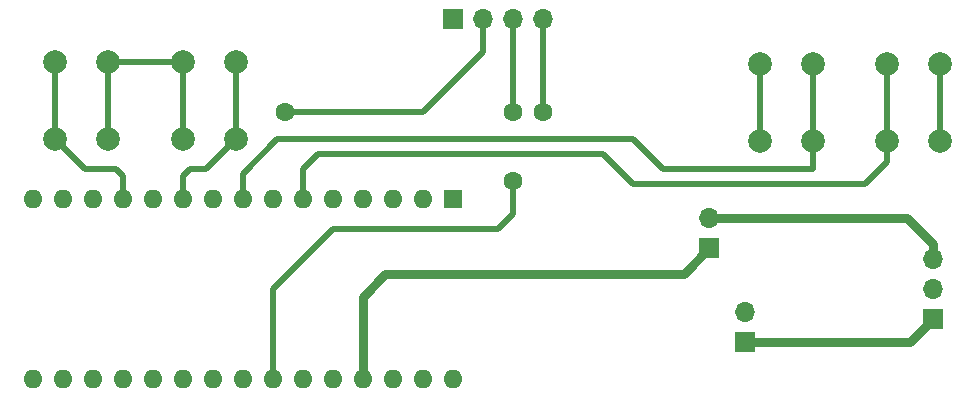
<source format=gtl>
G04 #@! TF.GenerationSoftware,KiCad,Pcbnew,(5.1.9)-1*
G04 #@! TF.CreationDate,2021-04-19T08:09:58-05:00*
G04 #@! TF.ProjectId,mini_game_april2021,6d696e69-5f67-4616-9d65-5f617072696c,rev?*
G04 #@! TF.SameCoordinates,Original*
G04 #@! TF.FileFunction,Copper,L1,Top*
G04 #@! TF.FilePolarity,Positive*
%FSLAX46Y46*%
G04 Gerber Fmt 4.6, Leading zero omitted, Abs format (unit mm)*
G04 Created by KiCad (PCBNEW (5.1.9)-1) date 2021-04-19 08:09:58*
%MOMM*%
%LPD*%
G01*
G04 APERTURE LIST*
G04 #@! TA.AperFunction,ComponentPad*
%ADD10R,1.600000X1.600000*%
G04 #@! TD*
G04 #@! TA.AperFunction,ComponentPad*
%ADD11O,1.600000X1.600000*%
G04 #@! TD*
G04 #@! TA.AperFunction,ComponentPad*
%ADD12C,2.000000*%
G04 #@! TD*
G04 #@! TA.AperFunction,ComponentPad*
%ADD13O,1.700000X1.700000*%
G04 #@! TD*
G04 #@! TA.AperFunction,ComponentPad*
%ADD14R,1.700000X1.700000*%
G04 #@! TD*
G04 #@! TA.AperFunction,ViaPad*
%ADD15C,1.600200*%
G04 #@! TD*
G04 #@! TA.AperFunction,Conductor*
%ADD16C,0.499872*%
G04 #@! TD*
G04 #@! TA.AperFunction,Conductor*
%ADD17C,0.762000*%
G04 #@! TD*
G04 APERTURE END LIST*
D10*
X142240000Y-116840000D03*
D11*
X109220000Y-132080000D03*
X139700000Y-116840000D03*
X111760000Y-132080000D03*
X137160000Y-116840000D03*
X114300000Y-132080000D03*
X134620000Y-116840000D03*
X116840000Y-132080000D03*
X132080000Y-116840000D03*
X119380000Y-132080000D03*
X129540000Y-116840000D03*
X121920000Y-132080000D03*
X127000000Y-116840000D03*
X124460000Y-132080000D03*
X124460000Y-116840000D03*
X127000000Y-132080000D03*
X121920000Y-116840000D03*
X129540000Y-132080000D03*
X119380000Y-116840000D03*
X132080000Y-132080000D03*
X116840000Y-116840000D03*
X134620000Y-132080000D03*
X114300000Y-116840000D03*
X137160000Y-132080000D03*
X111760000Y-116840000D03*
X139700000Y-132080000D03*
X109220000Y-116840000D03*
X142240000Y-132080000D03*
X106680000Y-116840000D03*
X106680000Y-132080000D03*
D12*
X113085000Y-111760000D03*
X108585000Y-111760000D03*
X113085000Y-105260000D03*
X108585000Y-105260000D03*
D13*
X167005000Y-126365000D03*
D14*
X167005000Y-128905000D03*
X142240000Y-101600000D03*
D13*
X144780000Y-101600000D03*
X147320000Y-101600000D03*
X149860000Y-101600000D03*
D14*
X182880000Y-127000000D03*
D13*
X182880000Y-124460000D03*
X182880000Y-121920000D03*
D12*
X123880000Y-111760000D03*
X119380000Y-111760000D03*
X123880000Y-105260000D03*
X119380000Y-105260000D03*
X172720000Y-111910000D03*
X168220000Y-111910000D03*
X172720000Y-105410000D03*
X168220000Y-105410000D03*
X179015000Y-105410000D03*
X183515000Y-105410000D03*
X179015000Y-111910000D03*
X183515000Y-111910000D03*
D14*
X163982400Y-121005600D03*
D13*
X163982400Y-118465600D03*
D15*
X128016000Y-109474000D03*
X149860000Y-109474000D03*
X147320000Y-109474000D03*
X147320000Y-115316000D03*
D16*
X144780000Y-101600000D02*
X144780000Y-104394000D01*
X144780000Y-104394000D02*
X139700000Y-109474000D01*
X139700000Y-109474000D02*
X128016000Y-109474000D01*
X128016000Y-109474000D02*
X128016000Y-109474000D01*
X154940000Y-113030000D02*
X130810000Y-113030000D01*
X129540000Y-114300000D02*
X129540000Y-116840000D01*
X157480000Y-115570000D02*
X154940000Y-113030000D01*
X176530000Y-115570000D02*
X157480000Y-115570000D01*
X130810000Y-113030000D02*
X129540000Y-114300000D01*
X179015000Y-111910000D02*
X179015000Y-105410000D01*
X176530000Y-115570000D02*
X177165000Y-115570000D01*
X179015000Y-113720000D02*
X179015000Y-111910000D01*
X177165000Y-115570000D02*
X179015000Y-113720000D01*
X149860000Y-101600000D02*
X149860000Y-109474000D01*
X172720000Y-111910000D02*
X172720000Y-105410000D01*
X124460000Y-114681000D02*
X124460000Y-116840000D01*
X127381000Y-111760000D02*
X124460000Y-114681000D01*
X157480000Y-111760000D02*
X127381000Y-111760000D01*
X160020000Y-114300000D02*
X157480000Y-111760000D01*
X172720000Y-114300000D02*
X160020000Y-114300000D01*
X172720000Y-111910000D02*
X172720000Y-114300000D01*
X132080000Y-119380000D02*
X127000000Y-124460000D01*
X127000000Y-124460000D02*
X127000000Y-132080000D01*
X147320000Y-118110000D02*
X146050000Y-119380000D01*
X146050000Y-119380000D02*
X132080000Y-119380000D01*
X147320000Y-101600000D02*
X147320000Y-109474000D01*
X147320000Y-115316000D02*
X147320000Y-118110000D01*
X123880000Y-111760000D02*
X121340000Y-114300000D01*
X123880000Y-111760000D02*
X123880000Y-105260000D01*
X119397780Y-114866420D02*
X119964200Y-114300000D01*
X119380000Y-114866420D02*
X119397780Y-114866420D01*
X121340000Y-114300000D02*
X119964200Y-114300000D01*
X119380000Y-114866420D02*
X119380000Y-116840000D01*
D17*
X161798000Y-123190000D02*
X163982400Y-121005600D01*
X136525000Y-123190000D02*
X161798000Y-123190000D01*
X134620000Y-125095000D02*
X136525000Y-123190000D01*
X134620000Y-132080000D02*
X134620000Y-125095000D01*
D16*
X108585000Y-111760000D02*
X108585000Y-105260000D01*
X113733580Y-114300000D02*
X111125000Y-114300000D01*
X111125000Y-114300000D02*
X108585000Y-111760000D01*
X114300000Y-114866420D02*
X113733580Y-114300000D01*
X114300000Y-116840000D02*
X114300000Y-114866420D01*
X119380000Y-111760000D02*
X119380000Y-105260000D01*
X168220000Y-111910000D02*
X168220000Y-105410000D01*
X119380000Y-105260000D02*
X119380000Y-105410000D01*
X113085000Y-111760000D02*
X113085000Y-105260000D01*
X183515000Y-105410000D02*
X183515000Y-111910000D01*
X113085000Y-105260000D02*
X119380000Y-105260000D01*
D17*
X180975000Y-128905000D02*
X182880000Y-127000000D01*
X167005000Y-128905000D02*
X180975000Y-128905000D01*
X163982400Y-118465600D02*
X180695600Y-118465600D01*
X182880000Y-120650000D02*
X182880000Y-121920000D01*
X180695600Y-118465600D02*
X182880000Y-120650000D01*
M02*

</source>
